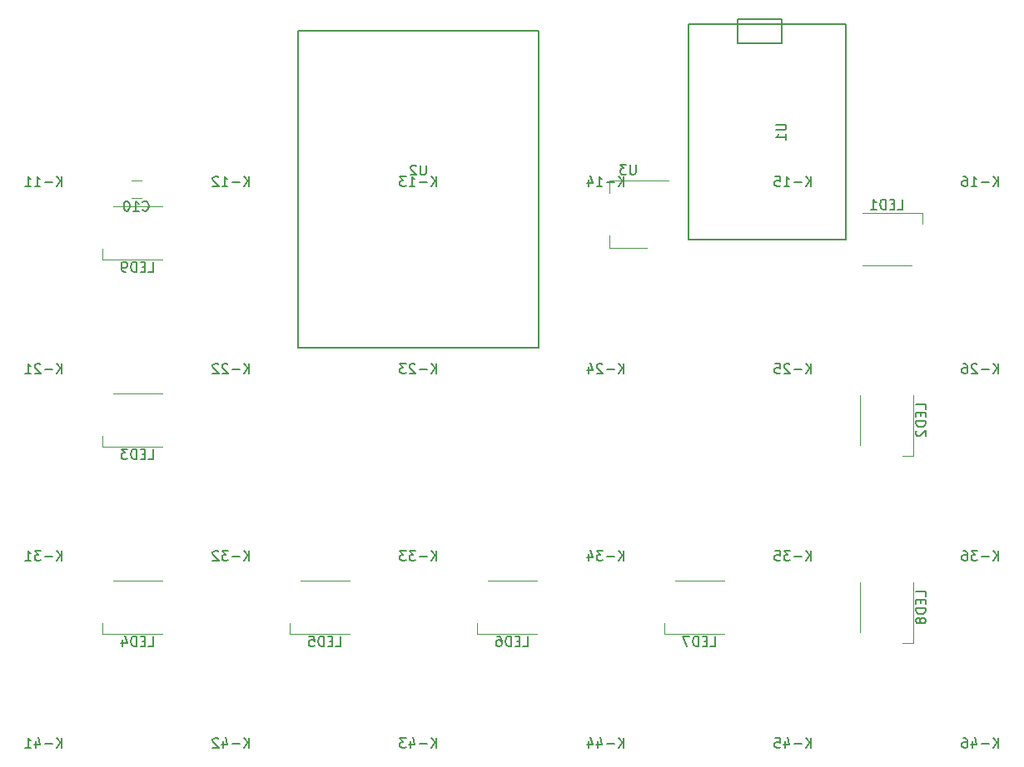
<source format=gbr>
G04 #@! TF.FileFunction,Legend,Bot*
%FSLAX46Y46*%
G04 Gerber Fmt 4.6, Leading zero omitted, Abs format (unit mm)*
G04 Created by KiCad (PCBNEW 4.0.7) date 07/05/18 13:02:46*
%MOMM*%
%LPD*%
G01*
G04 APERTURE LIST*
%ADD10C,0.100000*%
%ADD11C,0.150000*%
%ADD12C,0.120000*%
%ADD13C,0.200000*%
G04 APERTURE END LIST*
D10*
D11*
X92123000Y-9828000D02*
X92123000Y-11828000D01*
X92123000Y-11828000D02*
X96623000Y-11828000D01*
X96623000Y-11828000D02*
X96623000Y-9328000D01*
X96623000Y-9328000D02*
X92123000Y-9328000D01*
X92123000Y-9328000D02*
X92123000Y-9828000D01*
X103123000Y-9828000D02*
X87123000Y-9828000D01*
X87123000Y-9828000D02*
X87123000Y-31828000D01*
X87123000Y-31828000D02*
X103123000Y-31828000D01*
X103123000Y-31828000D02*
X103123000Y-9828000D01*
D12*
X110915000Y-29050000D02*
X104815000Y-29050000D01*
X110915000Y-30150000D02*
X110915000Y-29050000D01*
X104815000Y-34450000D02*
X109815000Y-34450000D01*
X110015000Y-53765000D02*
X110015000Y-47665000D01*
X108915000Y-53765000D02*
X110015000Y-53765000D01*
X104615000Y-47665000D02*
X104615000Y-52665000D01*
X27515000Y-52865000D02*
X33615000Y-52865000D01*
X27515000Y-51765000D02*
X27515000Y-52865000D01*
X33615000Y-47465000D02*
X28615000Y-47465000D01*
X27515000Y-71915000D02*
X33615000Y-71915000D01*
X27515000Y-70815000D02*
X27515000Y-71915000D01*
X33615000Y-66515000D02*
X28615000Y-66515000D01*
X46565000Y-71915000D02*
X52665000Y-71915000D01*
X46565000Y-70815000D02*
X46565000Y-71915000D01*
X52665000Y-66515000D02*
X47665000Y-66515000D01*
X65615000Y-71915000D02*
X71715000Y-71915000D01*
X65615000Y-70815000D02*
X65615000Y-71915000D01*
X71715000Y-66515000D02*
X66715000Y-66515000D01*
X84665000Y-71915000D02*
X90765000Y-71915000D01*
X84665000Y-70815000D02*
X84665000Y-71915000D01*
X90765000Y-66515000D02*
X85765000Y-66515000D01*
X110015000Y-72815000D02*
X110015000Y-66715000D01*
X108915000Y-72815000D02*
X110015000Y-72815000D01*
X104615000Y-66715000D02*
X104615000Y-71715000D01*
X79116000Y-32620000D02*
X79116000Y-31360000D01*
X79116000Y-25800000D02*
X79116000Y-27060000D01*
X82876000Y-32620000D02*
X79116000Y-32620000D01*
X85126000Y-25800000D02*
X79116000Y-25800000D01*
X31488000Y-27520000D02*
X30488000Y-27520000D01*
X30488000Y-25820000D02*
X31488000Y-25820000D01*
X27515000Y-33815000D02*
X33615000Y-33815000D01*
X27515000Y-32715000D02*
X27515000Y-33815000D01*
X33615000Y-28415000D02*
X28615000Y-28415000D01*
D11*
X47440000Y-42821000D02*
X71940000Y-42821000D01*
X71940000Y-42821000D02*
X71940000Y-10571000D01*
X71940000Y-10571000D02*
X47440000Y-10571000D01*
X47440000Y-10571000D02*
X47440000Y-42821000D01*
X96075381Y-20066095D02*
X96884905Y-20066095D01*
X96980143Y-20113714D01*
X97027762Y-20161333D01*
X97075381Y-20256571D01*
X97075381Y-20447048D01*
X97027762Y-20542286D01*
X96980143Y-20589905D01*
X96884905Y-20637524D01*
X96075381Y-20637524D01*
X97075381Y-21637524D02*
X97075381Y-21066095D01*
X97075381Y-21351809D02*
X96075381Y-21351809D01*
X96218238Y-21256571D01*
X96313476Y-21161333D01*
X96361095Y-21066095D01*
D13*
X61523333Y-45410381D02*
X61523333Y-44410381D01*
X60951904Y-45410381D02*
X61380476Y-44838952D01*
X60951904Y-44410381D02*
X61523333Y-44981810D01*
X60523333Y-45029429D02*
X59761428Y-45029429D01*
X59332857Y-44505619D02*
X59285238Y-44458000D01*
X59190000Y-44410381D01*
X58951904Y-44410381D01*
X58856666Y-44458000D01*
X58809047Y-44505619D01*
X58761428Y-44600857D01*
X58761428Y-44696095D01*
X58809047Y-44838952D01*
X59380476Y-45410381D01*
X58761428Y-45410381D01*
X58428095Y-44410381D02*
X57809047Y-44410381D01*
X58142381Y-44791333D01*
X57999523Y-44791333D01*
X57904285Y-44838952D01*
X57856666Y-44886571D01*
X57809047Y-44981810D01*
X57809047Y-45219905D01*
X57856666Y-45315143D01*
X57904285Y-45362762D01*
X57999523Y-45410381D01*
X58285238Y-45410381D01*
X58380476Y-45362762D01*
X58428095Y-45315143D01*
X42473333Y-26360381D02*
X42473333Y-25360381D01*
X41901904Y-26360381D02*
X42330476Y-25788952D01*
X41901904Y-25360381D02*
X42473333Y-25931810D01*
X41473333Y-25979429D02*
X40711428Y-25979429D01*
X39711428Y-26360381D02*
X40282857Y-26360381D01*
X39997143Y-26360381D02*
X39997143Y-25360381D01*
X40092381Y-25503238D01*
X40187619Y-25598476D01*
X40282857Y-25646095D01*
X39330476Y-25455619D02*
X39282857Y-25408000D01*
X39187619Y-25360381D01*
X38949523Y-25360381D01*
X38854285Y-25408000D01*
X38806666Y-25455619D01*
X38759047Y-25550857D01*
X38759047Y-25646095D01*
X38806666Y-25788952D01*
X39378095Y-26360381D01*
X38759047Y-26360381D01*
X23423333Y-26360381D02*
X23423333Y-25360381D01*
X22851904Y-26360381D02*
X23280476Y-25788952D01*
X22851904Y-25360381D02*
X23423333Y-25931810D01*
X22423333Y-25979429D02*
X21661428Y-25979429D01*
X20661428Y-26360381D02*
X21232857Y-26360381D01*
X20947143Y-26360381D02*
X20947143Y-25360381D01*
X21042381Y-25503238D01*
X21137619Y-25598476D01*
X21232857Y-25646095D01*
X19709047Y-26360381D02*
X20280476Y-26360381D01*
X19994762Y-26360381D02*
X19994762Y-25360381D01*
X20090000Y-25503238D01*
X20185238Y-25598476D01*
X20280476Y-25646095D01*
X61523333Y-26360381D02*
X61523333Y-25360381D01*
X60951904Y-26360381D02*
X61380476Y-25788952D01*
X60951904Y-25360381D02*
X61523333Y-25931810D01*
X60523333Y-25979429D02*
X59761428Y-25979429D01*
X58761428Y-26360381D02*
X59332857Y-26360381D01*
X59047143Y-26360381D02*
X59047143Y-25360381D01*
X59142381Y-25503238D01*
X59237619Y-25598476D01*
X59332857Y-25646095D01*
X58428095Y-25360381D02*
X57809047Y-25360381D01*
X58142381Y-25741333D01*
X57999523Y-25741333D01*
X57904285Y-25788952D01*
X57856666Y-25836571D01*
X57809047Y-25931810D01*
X57809047Y-26169905D01*
X57856666Y-26265143D01*
X57904285Y-26312762D01*
X57999523Y-26360381D01*
X58285238Y-26360381D01*
X58380476Y-26312762D01*
X58428095Y-26265143D01*
X80573333Y-26360381D02*
X80573333Y-25360381D01*
X80001904Y-26360381D02*
X80430476Y-25788952D01*
X80001904Y-25360381D02*
X80573333Y-25931810D01*
X79573333Y-25979429D02*
X78811428Y-25979429D01*
X77811428Y-26360381D02*
X78382857Y-26360381D01*
X78097143Y-26360381D02*
X78097143Y-25360381D01*
X78192381Y-25503238D01*
X78287619Y-25598476D01*
X78382857Y-25646095D01*
X76954285Y-25693714D02*
X76954285Y-26360381D01*
X77192381Y-25312762D02*
X77430476Y-26027048D01*
X76811428Y-26027048D01*
X99623333Y-26360381D02*
X99623333Y-25360381D01*
X99051904Y-26360381D02*
X99480476Y-25788952D01*
X99051904Y-25360381D02*
X99623333Y-25931810D01*
X98623333Y-25979429D02*
X97861428Y-25979429D01*
X96861428Y-26360381D02*
X97432857Y-26360381D01*
X97147143Y-26360381D02*
X97147143Y-25360381D01*
X97242381Y-25503238D01*
X97337619Y-25598476D01*
X97432857Y-25646095D01*
X95956666Y-25360381D02*
X96432857Y-25360381D01*
X96480476Y-25836571D01*
X96432857Y-25788952D01*
X96337619Y-25741333D01*
X96099523Y-25741333D01*
X96004285Y-25788952D01*
X95956666Y-25836571D01*
X95909047Y-25931810D01*
X95909047Y-26169905D01*
X95956666Y-26265143D01*
X96004285Y-26312762D01*
X96099523Y-26360381D01*
X96337619Y-26360381D01*
X96432857Y-26312762D01*
X96480476Y-26265143D01*
X118673333Y-26360381D02*
X118673333Y-25360381D01*
X118101904Y-26360381D02*
X118530476Y-25788952D01*
X118101904Y-25360381D02*
X118673333Y-25931810D01*
X117673333Y-25979429D02*
X116911428Y-25979429D01*
X115911428Y-26360381D02*
X116482857Y-26360381D01*
X116197143Y-26360381D02*
X116197143Y-25360381D01*
X116292381Y-25503238D01*
X116387619Y-25598476D01*
X116482857Y-25646095D01*
X115054285Y-25360381D02*
X115244762Y-25360381D01*
X115340000Y-25408000D01*
X115387619Y-25455619D01*
X115482857Y-25598476D01*
X115530476Y-25788952D01*
X115530476Y-26169905D01*
X115482857Y-26265143D01*
X115435238Y-26312762D01*
X115340000Y-26360381D01*
X115149523Y-26360381D01*
X115054285Y-26312762D01*
X115006666Y-26265143D01*
X114959047Y-26169905D01*
X114959047Y-25931810D01*
X115006666Y-25836571D01*
X115054285Y-25788952D01*
X115149523Y-25741333D01*
X115340000Y-25741333D01*
X115435238Y-25788952D01*
X115482857Y-25836571D01*
X115530476Y-25931810D01*
X23423333Y-45410381D02*
X23423333Y-44410381D01*
X22851904Y-45410381D02*
X23280476Y-44838952D01*
X22851904Y-44410381D02*
X23423333Y-44981810D01*
X22423333Y-45029429D02*
X21661428Y-45029429D01*
X21232857Y-44505619D02*
X21185238Y-44458000D01*
X21090000Y-44410381D01*
X20851904Y-44410381D01*
X20756666Y-44458000D01*
X20709047Y-44505619D01*
X20661428Y-44600857D01*
X20661428Y-44696095D01*
X20709047Y-44838952D01*
X21280476Y-45410381D01*
X20661428Y-45410381D01*
X19709047Y-45410381D02*
X20280476Y-45410381D01*
X19994762Y-45410381D02*
X19994762Y-44410381D01*
X20090000Y-44553238D01*
X20185238Y-44648476D01*
X20280476Y-44696095D01*
X42473333Y-45410381D02*
X42473333Y-44410381D01*
X41901904Y-45410381D02*
X42330476Y-44838952D01*
X41901904Y-44410381D02*
X42473333Y-44981810D01*
X41473333Y-45029429D02*
X40711428Y-45029429D01*
X40282857Y-44505619D02*
X40235238Y-44458000D01*
X40140000Y-44410381D01*
X39901904Y-44410381D01*
X39806666Y-44458000D01*
X39759047Y-44505619D01*
X39711428Y-44600857D01*
X39711428Y-44696095D01*
X39759047Y-44838952D01*
X40330476Y-45410381D01*
X39711428Y-45410381D01*
X39330476Y-44505619D02*
X39282857Y-44458000D01*
X39187619Y-44410381D01*
X38949523Y-44410381D01*
X38854285Y-44458000D01*
X38806666Y-44505619D01*
X38759047Y-44600857D01*
X38759047Y-44696095D01*
X38806666Y-44838952D01*
X39378095Y-45410381D01*
X38759047Y-45410381D01*
X80573333Y-45410381D02*
X80573333Y-44410381D01*
X80001904Y-45410381D02*
X80430476Y-44838952D01*
X80001904Y-44410381D02*
X80573333Y-44981810D01*
X79573333Y-45029429D02*
X78811428Y-45029429D01*
X78382857Y-44505619D02*
X78335238Y-44458000D01*
X78240000Y-44410381D01*
X78001904Y-44410381D01*
X77906666Y-44458000D01*
X77859047Y-44505619D01*
X77811428Y-44600857D01*
X77811428Y-44696095D01*
X77859047Y-44838952D01*
X78430476Y-45410381D01*
X77811428Y-45410381D01*
X76954285Y-44743714D02*
X76954285Y-45410381D01*
X77192381Y-44362762D02*
X77430476Y-45077048D01*
X76811428Y-45077048D01*
X99623333Y-45410381D02*
X99623333Y-44410381D01*
X99051904Y-45410381D02*
X99480476Y-44838952D01*
X99051904Y-44410381D02*
X99623333Y-44981810D01*
X98623333Y-45029429D02*
X97861428Y-45029429D01*
X97432857Y-44505619D02*
X97385238Y-44458000D01*
X97290000Y-44410381D01*
X97051904Y-44410381D01*
X96956666Y-44458000D01*
X96909047Y-44505619D01*
X96861428Y-44600857D01*
X96861428Y-44696095D01*
X96909047Y-44838952D01*
X97480476Y-45410381D01*
X96861428Y-45410381D01*
X95956666Y-44410381D02*
X96432857Y-44410381D01*
X96480476Y-44886571D01*
X96432857Y-44838952D01*
X96337619Y-44791333D01*
X96099523Y-44791333D01*
X96004285Y-44838952D01*
X95956666Y-44886571D01*
X95909047Y-44981810D01*
X95909047Y-45219905D01*
X95956666Y-45315143D01*
X96004285Y-45362762D01*
X96099523Y-45410381D01*
X96337619Y-45410381D01*
X96432857Y-45362762D01*
X96480476Y-45315143D01*
X118673333Y-45410381D02*
X118673333Y-44410381D01*
X118101904Y-45410381D02*
X118530476Y-44838952D01*
X118101904Y-44410381D02*
X118673333Y-44981810D01*
X117673333Y-45029429D02*
X116911428Y-45029429D01*
X116482857Y-44505619D02*
X116435238Y-44458000D01*
X116340000Y-44410381D01*
X116101904Y-44410381D01*
X116006666Y-44458000D01*
X115959047Y-44505619D01*
X115911428Y-44600857D01*
X115911428Y-44696095D01*
X115959047Y-44838952D01*
X116530476Y-45410381D01*
X115911428Y-45410381D01*
X115054285Y-44410381D02*
X115244762Y-44410381D01*
X115340000Y-44458000D01*
X115387619Y-44505619D01*
X115482857Y-44648476D01*
X115530476Y-44838952D01*
X115530476Y-45219905D01*
X115482857Y-45315143D01*
X115435238Y-45362762D01*
X115340000Y-45410381D01*
X115149523Y-45410381D01*
X115054285Y-45362762D01*
X115006666Y-45315143D01*
X114959047Y-45219905D01*
X114959047Y-44981810D01*
X115006666Y-44886571D01*
X115054285Y-44838952D01*
X115149523Y-44791333D01*
X115340000Y-44791333D01*
X115435238Y-44838952D01*
X115482857Y-44886571D01*
X115530476Y-44981810D01*
X23423333Y-64460381D02*
X23423333Y-63460381D01*
X22851904Y-64460381D02*
X23280476Y-63888952D01*
X22851904Y-63460381D02*
X23423333Y-64031810D01*
X22423333Y-64079429D02*
X21661428Y-64079429D01*
X21280476Y-63460381D02*
X20661428Y-63460381D01*
X20994762Y-63841333D01*
X20851904Y-63841333D01*
X20756666Y-63888952D01*
X20709047Y-63936571D01*
X20661428Y-64031810D01*
X20661428Y-64269905D01*
X20709047Y-64365143D01*
X20756666Y-64412762D01*
X20851904Y-64460381D01*
X21137619Y-64460381D01*
X21232857Y-64412762D01*
X21280476Y-64365143D01*
X19709047Y-64460381D02*
X20280476Y-64460381D01*
X19994762Y-64460381D02*
X19994762Y-63460381D01*
X20090000Y-63603238D01*
X20185238Y-63698476D01*
X20280476Y-63746095D01*
X42473333Y-64460381D02*
X42473333Y-63460381D01*
X41901904Y-64460381D02*
X42330476Y-63888952D01*
X41901904Y-63460381D02*
X42473333Y-64031810D01*
X41473333Y-64079429D02*
X40711428Y-64079429D01*
X40330476Y-63460381D02*
X39711428Y-63460381D01*
X40044762Y-63841333D01*
X39901904Y-63841333D01*
X39806666Y-63888952D01*
X39759047Y-63936571D01*
X39711428Y-64031810D01*
X39711428Y-64269905D01*
X39759047Y-64365143D01*
X39806666Y-64412762D01*
X39901904Y-64460381D01*
X40187619Y-64460381D01*
X40282857Y-64412762D01*
X40330476Y-64365143D01*
X39330476Y-63555619D02*
X39282857Y-63508000D01*
X39187619Y-63460381D01*
X38949523Y-63460381D01*
X38854285Y-63508000D01*
X38806666Y-63555619D01*
X38759047Y-63650857D01*
X38759047Y-63746095D01*
X38806666Y-63888952D01*
X39378095Y-64460381D01*
X38759047Y-64460381D01*
X61523333Y-64460381D02*
X61523333Y-63460381D01*
X60951904Y-64460381D02*
X61380476Y-63888952D01*
X60951904Y-63460381D02*
X61523333Y-64031810D01*
X60523333Y-64079429D02*
X59761428Y-64079429D01*
X59380476Y-63460381D02*
X58761428Y-63460381D01*
X59094762Y-63841333D01*
X58951904Y-63841333D01*
X58856666Y-63888952D01*
X58809047Y-63936571D01*
X58761428Y-64031810D01*
X58761428Y-64269905D01*
X58809047Y-64365143D01*
X58856666Y-64412762D01*
X58951904Y-64460381D01*
X59237619Y-64460381D01*
X59332857Y-64412762D01*
X59380476Y-64365143D01*
X58428095Y-63460381D02*
X57809047Y-63460381D01*
X58142381Y-63841333D01*
X57999523Y-63841333D01*
X57904285Y-63888952D01*
X57856666Y-63936571D01*
X57809047Y-64031810D01*
X57809047Y-64269905D01*
X57856666Y-64365143D01*
X57904285Y-64412762D01*
X57999523Y-64460381D01*
X58285238Y-64460381D01*
X58380476Y-64412762D01*
X58428095Y-64365143D01*
X80573333Y-64460381D02*
X80573333Y-63460381D01*
X80001904Y-64460381D02*
X80430476Y-63888952D01*
X80001904Y-63460381D02*
X80573333Y-64031810D01*
X79573333Y-64079429D02*
X78811428Y-64079429D01*
X78430476Y-63460381D02*
X77811428Y-63460381D01*
X78144762Y-63841333D01*
X78001904Y-63841333D01*
X77906666Y-63888952D01*
X77859047Y-63936571D01*
X77811428Y-64031810D01*
X77811428Y-64269905D01*
X77859047Y-64365143D01*
X77906666Y-64412762D01*
X78001904Y-64460381D01*
X78287619Y-64460381D01*
X78382857Y-64412762D01*
X78430476Y-64365143D01*
X76954285Y-63793714D02*
X76954285Y-64460381D01*
X77192381Y-63412762D02*
X77430476Y-64127048D01*
X76811428Y-64127048D01*
X99623333Y-64460381D02*
X99623333Y-63460381D01*
X99051904Y-64460381D02*
X99480476Y-63888952D01*
X99051904Y-63460381D02*
X99623333Y-64031810D01*
X98623333Y-64079429D02*
X97861428Y-64079429D01*
X97480476Y-63460381D02*
X96861428Y-63460381D01*
X97194762Y-63841333D01*
X97051904Y-63841333D01*
X96956666Y-63888952D01*
X96909047Y-63936571D01*
X96861428Y-64031810D01*
X96861428Y-64269905D01*
X96909047Y-64365143D01*
X96956666Y-64412762D01*
X97051904Y-64460381D01*
X97337619Y-64460381D01*
X97432857Y-64412762D01*
X97480476Y-64365143D01*
X95956666Y-63460381D02*
X96432857Y-63460381D01*
X96480476Y-63936571D01*
X96432857Y-63888952D01*
X96337619Y-63841333D01*
X96099523Y-63841333D01*
X96004285Y-63888952D01*
X95956666Y-63936571D01*
X95909047Y-64031810D01*
X95909047Y-64269905D01*
X95956666Y-64365143D01*
X96004285Y-64412762D01*
X96099523Y-64460381D01*
X96337619Y-64460381D01*
X96432857Y-64412762D01*
X96480476Y-64365143D01*
X118673333Y-64460381D02*
X118673333Y-63460381D01*
X118101904Y-64460381D02*
X118530476Y-63888952D01*
X118101904Y-63460381D02*
X118673333Y-64031810D01*
X117673333Y-64079429D02*
X116911428Y-64079429D01*
X116530476Y-63460381D02*
X115911428Y-63460381D01*
X116244762Y-63841333D01*
X116101904Y-63841333D01*
X116006666Y-63888952D01*
X115959047Y-63936571D01*
X115911428Y-64031810D01*
X115911428Y-64269905D01*
X115959047Y-64365143D01*
X116006666Y-64412762D01*
X116101904Y-64460381D01*
X116387619Y-64460381D01*
X116482857Y-64412762D01*
X116530476Y-64365143D01*
X115054285Y-63460381D02*
X115244762Y-63460381D01*
X115340000Y-63508000D01*
X115387619Y-63555619D01*
X115482857Y-63698476D01*
X115530476Y-63888952D01*
X115530476Y-64269905D01*
X115482857Y-64365143D01*
X115435238Y-64412762D01*
X115340000Y-64460381D01*
X115149523Y-64460381D01*
X115054285Y-64412762D01*
X115006666Y-64365143D01*
X114959047Y-64269905D01*
X114959047Y-64031810D01*
X115006666Y-63936571D01*
X115054285Y-63888952D01*
X115149523Y-63841333D01*
X115340000Y-63841333D01*
X115435238Y-63888952D01*
X115482857Y-63936571D01*
X115530476Y-64031810D01*
X23423333Y-83510381D02*
X23423333Y-82510381D01*
X22851904Y-83510381D02*
X23280476Y-82938952D01*
X22851904Y-82510381D02*
X23423333Y-83081810D01*
X22423333Y-83129429D02*
X21661428Y-83129429D01*
X20756666Y-82843714D02*
X20756666Y-83510381D01*
X20994762Y-82462762D02*
X21232857Y-83177048D01*
X20613809Y-83177048D01*
X19709047Y-83510381D02*
X20280476Y-83510381D01*
X19994762Y-83510381D02*
X19994762Y-82510381D01*
X20090000Y-82653238D01*
X20185238Y-82748476D01*
X20280476Y-82796095D01*
X42473333Y-83510381D02*
X42473333Y-82510381D01*
X41901904Y-83510381D02*
X42330476Y-82938952D01*
X41901904Y-82510381D02*
X42473333Y-83081810D01*
X41473333Y-83129429D02*
X40711428Y-83129429D01*
X39806666Y-82843714D02*
X39806666Y-83510381D01*
X40044762Y-82462762D02*
X40282857Y-83177048D01*
X39663809Y-83177048D01*
X39330476Y-82605619D02*
X39282857Y-82558000D01*
X39187619Y-82510381D01*
X38949523Y-82510381D01*
X38854285Y-82558000D01*
X38806666Y-82605619D01*
X38759047Y-82700857D01*
X38759047Y-82796095D01*
X38806666Y-82938952D01*
X39378095Y-83510381D01*
X38759047Y-83510381D01*
X61523333Y-83510381D02*
X61523333Y-82510381D01*
X60951904Y-83510381D02*
X61380476Y-82938952D01*
X60951904Y-82510381D02*
X61523333Y-83081810D01*
X60523333Y-83129429D02*
X59761428Y-83129429D01*
X58856666Y-82843714D02*
X58856666Y-83510381D01*
X59094762Y-82462762D02*
X59332857Y-83177048D01*
X58713809Y-83177048D01*
X58428095Y-82510381D02*
X57809047Y-82510381D01*
X58142381Y-82891333D01*
X57999523Y-82891333D01*
X57904285Y-82938952D01*
X57856666Y-82986571D01*
X57809047Y-83081810D01*
X57809047Y-83319905D01*
X57856666Y-83415143D01*
X57904285Y-83462762D01*
X57999523Y-83510381D01*
X58285238Y-83510381D01*
X58380476Y-83462762D01*
X58428095Y-83415143D01*
X80573333Y-83510381D02*
X80573333Y-82510381D01*
X80001904Y-83510381D02*
X80430476Y-82938952D01*
X80001904Y-82510381D02*
X80573333Y-83081810D01*
X79573333Y-83129429D02*
X78811428Y-83129429D01*
X77906666Y-82843714D02*
X77906666Y-83510381D01*
X78144762Y-82462762D02*
X78382857Y-83177048D01*
X77763809Y-83177048D01*
X76954285Y-82843714D02*
X76954285Y-83510381D01*
X77192381Y-82462762D02*
X77430476Y-83177048D01*
X76811428Y-83177048D01*
X99623333Y-83510381D02*
X99623333Y-82510381D01*
X99051904Y-83510381D02*
X99480476Y-82938952D01*
X99051904Y-82510381D02*
X99623333Y-83081810D01*
X98623333Y-83129429D02*
X97861428Y-83129429D01*
X96956666Y-82843714D02*
X96956666Y-83510381D01*
X97194762Y-82462762D02*
X97432857Y-83177048D01*
X96813809Y-83177048D01*
X95956666Y-82510381D02*
X96432857Y-82510381D01*
X96480476Y-82986571D01*
X96432857Y-82938952D01*
X96337619Y-82891333D01*
X96099523Y-82891333D01*
X96004285Y-82938952D01*
X95956666Y-82986571D01*
X95909047Y-83081810D01*
X95909047Y-83319905D01*
X95956666Y-83415143D01*
X96004285Y-83462762D01*
X96099523Y-83510381D01*
X96337619Y-83510381D01*
X96432857Y-83462762D01*
X96480476Y-83415143D01*
X118673333Y-83510381D02*
X118673333Y-82510381D01*
X118101904Y-83510381D02*
X118530476Y-82938952D01*
X118101904Y-82510381D02*
X118673333Y-83081810D01*
X117673333Y-83129429D02*
X116911428Y-83129429D01*
X116006666Y-82843714D02*
X116006666Y-83510381D01*
X116244762Y-82462762D02*
X116482857Y-83177048D01*
X115863809Y-83177048D01*
X115054285Y-82510381D02*
X115244762Y-82510381D01*
X115340000Y-82558000D01*
X115387619Y-82605619D01*
X115482857Y-82748476D01*
X115530476Y-82938952D01*
X115530476Y-83319905D01*
X115482857Y-83415143D01*
X115435238Y-83462762D01*
X115340000Y-83510381D01*
X115149523Y-83510381D01*
X115054285Y-83462762D01*
X115006666Y-83415143D01*
X114959047Y-83319905D01*
X114959047Y-83081810D01*
X115006666Y-82986571D01*
X115054285Y-82938952D01*
X115149523Y-82891333D01*
X115340000Y-82891333D01*
X115435238Y-82938952D01*
X115482857Y-82986571D01*
X115530476Y-83081810D01*
D11*
X108434047Y-28702381D02*
X108910238Y-28702381D01*
X108910238Y-27702381D01*
X108100714Y-28178571D02*
X107767380Y-28178571D01*
X107624523Y-28702381D02*
X108100714Y-28702381D01*
X108100714Y-27702381D01*
X107624523Y-27702381D01*
X107195952Y-28702381D02*
X107195952Y-27702381D01*
X106957857Y-27702381D01*
X106814999Y-27750000D01*
X106719761Y-27845238D01*
X106672142Y-27940476D01*
X106624523Y-28130952D01*
X106624523Y-28273810D01*
X106672142Y-28464286D01*
X106719761Y-28559524D01*
X106814999Y-28654762D01*
X106957857Y-28702381D01*
X107195952Y-28702381D01*
X105672142Y-28702381D02*
X106243571Y-28702381D01*
X105957857Y-28702381D02*
X105957857Y-27702381D01*
X106053095Y-27845238D01*
X106148333Y-27940476D01*
X106243571Y-27988095D01*
X111267381Y-49045953D02*
X111267381Y-48569762D01*
X110267381Y-48569762D01*
X110743571Y-49379286D02*
X110743571Y-49712620D01*
X111267381Y-49855477D02*
X111267381Y-49379286D01*
X110267381Y-49379286D01*
X110267381Y-49855477D01*
X111267381Y-50284048D02*
X110267381Y-50284048D01*
X110267381Y-50522143D01*
X110315000Y-50665001D01*
X110410238Y-50760239D01*
X110505476Y-50807858D01*
X110695952Y-50855477D01*
X110838810Y-50855477D01*
X111029286Y-50807858D01*
X111124524Y-50760239D01*
X111219762Y-50665001D01*
X111267381Y-50522143D01*
X111267381Y-50284048D01*
X110362619Y-51236429D02*
X110315000Y-51284048D01*
X110267381Y-51379286D01*
X110267381Y-51617382D01*
X110315000Y-51712620D01*
X110362619Y-51760239D01*
X110457857Y-51807858D01*
X110553095Y-51807858D01*
X110695952Y-51760239D01*
X111267381Y-51188810D01*
X111267381Y-51807858D01*
X32234047Y-54117381D02*
X32710238Y-54117381D01*
X32710238Y-53117381D01*
X31900714Y-53593571D02*
X31567380Y-53593571D01*
X31424523Y-54117381D02*
X31900714Y-54117381D01*
X31900714Y-53117381D01*
X31424523Y-53117381D01*
X30995952Y-54117381D02*
X30995952Y-53117381D01*
X30757857Y-53117381D01*
X30614999Y-53165000D01*
X30519761Y-53260238D01*
X30472142Y-53355476D01*
X30424523Y-53545952D01*
X30424523Y-53688810D01*
X30472142Y-53879286D01*
X30519761Y-53974524D01*
X30614999Y-54069762D01*
X30757857Y-54117381D01*
X30995952Y-54117381D01*
X30091190Y-53117381D02*
X29472142Y-53117381D01*
X29805476Y-53498333D01*
X29662618Y-53498333D01*
X29567380Y-53545952D01*
X29519761Y-53593571D01*
X29472142Y-53688810D01*
X29472142Y-53926905D01*
X29519761Y-54022143D01*
X29567380Y-54069762D01*
X29662618Y-54117381D01*
X29948333Y-54117381D01*
X30043571Y-54069762D01*
X30091190Y-54022143D01*
X32234047Y-73167381D02*
X32710238Y-73167381D01*
X32710238Y-72167381D01*
X31900714Y-72643571D02*
X31567380Y-72643571D01*
X31424523Y-73167381D02*
X31900714Y-73167381D01*
X31900714Y-72167381D01*
X31424523Y-72167381D01*
X30995952Y-73167381D02*
X30995952Y-72167381D01*
X30757857Y-72167381D01*
X30614999Y-72215000D01*
X30519761Y-72310238D01*
X30472142Y-72405476D01*
X30424523Y-72595952D01*
X30424523Y-72738810D01*
X30472142Y-72929286D01*
X30519761Y-73024524D01*
X30614999Y-73119762D01*
X30757857Y-73167381D01*
X30995952Y-73167381D01*
X29567380Y-72500714D02*
X29567380Y-73167381D01*
X29805476Y-72119762D02*
X30043571Y-72834048D01*
X29424523Y-72834048D01*
X51284047Y-73167381D02*
X51760238Y-73167381D01*
X51760238Y-72167381D01*
X50950714Y-72643571D02*
X50617380Y-72643571D01*
X50474523Y-73167381D02*
X50950714Y-73167381D01*
X50950714Y-72167381D01*
X50474523Y-72167381D01*
X50045952Y-73167381D02*
X50045952Y-72167381D01*
X49807857Y-72167381D01*
X49664999Y-72215000D01*
X49569761Y-72310238D01*
X49522142Y-72405476D01*
X49474523Y-72595952D01*
X49474523Y-72738810D01*
X49522142Y-72929286D01*
X49569761Y-73024524D01*
X49664999Y-73119762D01*
X49807857Y-73167381D01*
X50045952Y-73167381D01*
X48569761Y-72167381D02*
X49045952Y-72167381D01*
X49093571Y-72643571D01*
X49045952Y-72595952D01*
X48950714Y-72548333D01*
X48712618Y-72548333D01*
X48617380Y-72595952D01*
X48569761Y-72643571D01*
X48522142Y-72738810D01*
X48522142Y-72976905D01*
X48569761Y-73072143D01*
X48617380Y-73119762D01*
X48712618Y-73167381D01*
X48950714Y-73167381D01*
X49045952Y-73119762D01*
X49093571Y-73072143D01*
X70334047Y-73167381D02*
X70810238Y-73167381D01*
X70810238Y-72167381D01*
X70000714Y-72643571D02*
X69667380Y-72643571D01*
X69524523Y-73167381D02*
X70000714Y-73167381D01*
X70000714Y-72167381D01*
X69524523Y-72167381D01*
X69095952Y-73167381D02*
X69095952Y-72167381D01*
X68857857Y-72167381D01*
X68714999Y-72215000D01*
X68619761Y-72310238D01*
X68572142Y-72405476D01*
X68524523Y-72595952D01*
X68524523Y-72738810D01*
X68572142Y-72929286D01*
X68619761Y-73024524D01*
X68714999Y-73119762D01*
X68857857Y-73167381D01*
X69095952Y-73167381D01*
X67667380Y-72167381D02*
X67857857Y-72167381D01*
X67953095Y-72215000D01*
X68000714Y-72262619D01*
X68095952Y-72405476D01*
X68143571Y-72595952D01*
X68143571Y-72976905D01*
X68095952Y-73072143D01*
X68048333Y-73119762D01*
X67953095Y-73167381D01*
X67762618Y-73167381D01*
X67667380Y-73119762D01*
X67619761Y-73072143D01*
X67572142Y-72976905D01*
X67572142Y-72738810D01*
X67619761Y-72643571D01*
X67667380Y-72595952D01*
X67762618Y-72548333D01*
X67953095Y-72548333D01*
X68048333Y-72595952D01*
X68095952Y-72643571D01*
X68143571Y-72738810D01*
X89384047Y-73167381D02*
X89860238Y-73167381D01*
X89860238Y-72167381D01*
X89050714Y-72643571D02*
X88717380Y-72643571D01*
X88574523Y-73167381D02*
X89050714Y-73167381D01*
X89050714Y-72167381D01*
X88574523Y-72167381D01*
X88145952Y-73167381D02*
X88145952Y-72167381D01*
X87907857Y-72167381D01*
X87764999Y-72215000D01*
X87669761Y-72310238D01*
X87622142Y-72405476D01*
X87574523Y-72595952D01*
X87574523Y-72738810D01*
X87622142Y-72929286D01*
X87669761Y-73024524D01*
X87764999Y-73119762D01*
X87907857Y-73167381D01*
X88145952Y-73167381D01*
X87241190Y-72167381D02*
X86574523Y-72167381D01*
X87003095Y-73167381D01*
X111267381Y-68095953D02*
X111267381Y-67619762D01*
X110267381Y-67619762D01*
X110743571Y-68429286D02*
X110743571Y-68762620D01*
X111267381Y-68905477D02*
X111267381Y-68429286D01*
X110267381Y-68429286D01*
X110267381Y-68905477D01*
X111267381Y-69334048D02*
X110267381Y-69334048D01*
X110267381Y-69572143D01*
X110315000Y-69715001D01*
X110410238Y-69810239D01*
X110505476Y-69857858D01*
X110695952Y-69905477D01*
X110838810Y-69905477D01*
X111029286Y-69857858D01*
X111124524Y-69810239D01*
X111219762Y-69715001D01*
X111267381Y-69572143D01*
X111267381Y-69334048D01*
X110695952Y-70476905D02*
X110648333Y-70381667D01*
X110600714Y-70334048D01*
X110505476Y-70286429D01*
X110457857Y-70286429D01*
X110362619Y-70334048D01*
X110315000Y-70381667D01*
X110267381Y-70476905D01*
X110267381Y-70667382D01*
X110315000Y-70762620D01*
X110362619Y-70810239D01*
X110457857Y-70857858D01*
X110505476Y-70857858D01*
X110600714Y-70810239D01*
X110648333Y-70762620D01*
X110695952Y-70667382D01*
X110695952Y-70476905D01*
X110743571Y-70381667D01*
X110791190Y-70334048D01*
X110886429Y-70286429D01*
X111076905Y-70286429D01*
X111172143Y-70334048D01*
X111219762Y-70381667D01*
X111267381Y-70476905D01*
X111267381Y-70667382D01*
X111219762Y-70762620D01*
X111172143Y-70810239D01*
X111076905Y-70857858D01*
X110886429Y-70857858D01*
X110791190Y-70810239D01*
X110743571Y-70762620D01*
X110695952Y-70667382D01*
X81787905Y-24162381D02*
X81787905Y-24971905D01*
X81740286Y-25067143D01*
X81692667Y-25114762D01*
X81597429Y-25162381D01*
X81406952Y-25162381D01*
X81311714Y-25114762D01*
X81264095Y-25067143D01*
X81216476Y-24971905D01*
X81216476Y-24162381D01*
X80835524Y-24162381D02*
X80216476Y-24162381D01*
X80549810Y-24543333D01*
X80406952Y-24543333D01*
X80311714Y-24590952D01*
X80264095Y-24638571D01*
X80216476Y-24733810D01*
X80216476Y-24971905D01*
X80264095Y-25067143D01*
X80311714Y-25114762D01*
X80406952Y-25162381D01*
X80692667Y-25162381D01*
X80787905Y-25114762D01*
X80835524Y-25067143D01*
X31630857Y-28777143D02*
X31678476Y-28824762D01*
X31821333Y-28872381D01*
X31916571Y-28872381D01*
X32059429Y-28824762D01*
X32154667Y-28729524D01*
X32202286Y-28634286D01*
X32249905Y-28443810D01*
X32249905Y-28300952D01*
X32202286Y-28110476D01*
X32154667Y-28015238D01*
X32059429Y-27920000D01*
X31916571Y-27872381D01*
X31821333Y-27872381D01*
X31678476Y-27920000D01*
X31630857Y-27967619D01*
X30678476Y-28872381D02*
X31249905Y-28872381D01*
X30964191Y-28872381D02*
X30964191Y-27872381D01*
X31059429Y-28015238D01*
X31154667Y-28110476D01*
X31249905Y-28158095D01*
X30059429Y-27872381D02*
X29964190Y-27872381D01*
X29868952Y-27920000D01*
X29821333Y-27967619D01*
X29773714Y-28062857D01*
X29726095Y-28253333D01*
X29726095Y-28491429D01*
X29773714Y-28681905D01*
X29821333Y-28777143D01*
X29868952Y-28824762D01*
X29964190Y-28872381D01*
X30059429Y-28872381D01*
X30154667Y-28824762D01*
X30202286Y-28777143D01*
X30249905Y-28681905D01*
X30297524Y-28491429D01*
X30297524Y-28253333D01*
X30249905Y-28062857D01*
X30202286Y-27967619D01*
X30154667Y-27920000D01*
X30059429Y-27872381D01*
X32234047Y-35067381D02*
X32710238Y-35067381D01*
X32710238Y-34067381D01*
X31900714Y-34543571D02*
X31567380Y-34543571D01*
X31424523Y-35067381D02*
X31900714Y-35067381D01*
X31900714Y-34067381D01*
X31424523Y-34067381D01*
X30995952Y-35067381D02*
X30995952Y-34067381D01*
X30757857Y-34067381D01*
X30614999Y-34115000D01*
X30519761Y-34210238D01*
X30472142Y-34305476D01*
X30424523Y-34495952D01*
X30424523Y-34638810D01*
X30472142Y-34829286D01*
X30519761Y-34924524D01*
X30614999Y-35019762D01*
X30757857Y-35067381D01*
X30995952Y-35067381D01*
X29948333Y-35067381D02*
X29757857Y-35067381D01*
X29662618Y-35019762D01*
X29614999Y-34972143D01*
X29519761Y-34829286D01*
X29472142Y-34638810D01*
X29472142Y-34257857D01*
X29519761Y-34162619D01*
X29567380Y-34115000D01*
X29662618Y-34067381D01*
X29853095Y-34067381D01*
X29948333Y-34115000D01*
X29995952Y-34162619D01*
X30043571Y-34257857D01*
X30043571Y-34495952D01*
X29995952Y-34591190D01*
X29948333Y-34638810D01*
X29853095Y-34686429D01*
X29662618Y-34686429D01*
X29567380Y-34638810D01*
X29519761Y-34591190D01*
X29472142Y-34495952D01*
X60436905Y-24228381D02*
X60436905Y-25037905D01*
X60389286Y-25133143D01*
X60341667Y-25180762D01*
X60246429Y-25228381D01*
X60055952Y-25228381D01*
X59960714Y-25180762D01*
X59913095Y-25133143D01*
X59865476Y-25037905D01*
X59865476Y-24228381D01*
X59436905Y-24323619D02*
X59389286Y-24276000D01*
X59294048Y-24228381D01*
X59055952Y-24228381D01*
X58960714Y-24276000D01*
X58913095Y-24323619D01*
X58865476Y-24418857D01*
X58865476Y-24514095D01*
X58913095Y-24656952D01*
X59484524Y-25228381D01*
X58865476Y-25228381D01*
M02*

</source>
